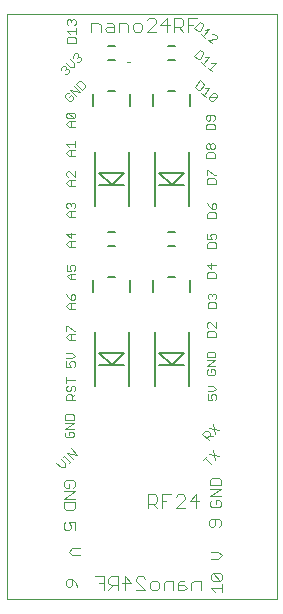
<source format=gto>
G75*
%MOIN*%
%OFA0B0*%
%FSLAX25Y25*%
%IPPOS*%
%LPD*%
%AMOC8*
5,1,8,0,0,1.08239X$1,22.5*
%
%ADD10C,0.00000*%
%ADD11C,0.00300*%
%ADD12C,0.00400*%
%ADD13R,0.01063X0.00024*%
%ADD14R,0.00969X0.00024*%
%ADD15R,0.00874X0.00024*%
%ADD16R,0.00780X0.00024*%
%ADD17R,0.00661X0.00024*%
%ADD18R,0.00543X0.00024*%
%ADD19R,0.00307X0.00024*%
%ADD20C,0.00600*%
D10*
X0001400Y0028010D02*
X0001400Y0223010D01*
X0091400Y0223010D01*
X0091400Y0028010D01*
X0001400Y0028010D01*
D11*
X0019323Y0072098D02*
X0020691Y0072098D01*
X0020691Y0073467D01*
X0019323Y0074835D01*
X0020038Y0075550D02*
X0020722Y0076234D01*
X0020380Y0075892D02*
X0022432Y0073840D01*
X0022090Y0073498D02*
X0022774Y0074182D01*
X0023479Y0074887D02*
X0021427Y0076939D01*
X0024847Y0076255D01*
X0022795Y0078307D01*
X0023166Y0081971D02*
X0023650Y0082455D01*
X0023650Y0083422D01*
X0023166Y0083906D01*
X0022199Y0083906D01*
X0022199Y0082938D01*
X0023166Y0081971D02*
X0021231Y0081971D01*
X0020748Y0082455D01*
X0020748Y0083422D01*
X0021231Y0083906D01*
X0020748Y0084917D02*
X0023650Y0086852D01*
X0020748Y0086852D01*
X0020748Y0087864D02*
X0020748Y0089315D01*
X0021231Y0089799D01*
X0023166Y0089799D01*
X0023650Y0089315D01*
X0023650Y0087864D01*
X0020748Y0087864D01*
X0020748Y0084917D02*
X0023650Y0084917D01*
X0023183Y0094371D02*
X0023183Y0095822D01*
X0022699Y0096306D01*
X0021731Y0096306D01*
X0021248Y0095822D01*
X0021248Y0094371D01*
X0024150Y0094371D01*
X0023183Y0095338D02*
X0024150Y0096306D01*
X0023666Y0097317D02*
X0024150Y0097801D01*
X0024150Y0098769D01*
X0023666Y0099252D01*
X0023183Y0099252D01*
X0022699Y0098769D01*
X0022699Y0097801D01*
X0022215Y0097317D01*
X0021731Y0097317D01*
X0021248Y0097801D01*
X0021248Y0098769D01*
X0021731Y0099252D01*
X0021248Y0100264D02*
X0021248Y0102199D01*
X0021248Y0101231D02*
X0024150Y0101231D01*
X0023666Y0105371D02*
X0024150Y0105855D01*
X0024150Y0106822D01*
X0023666Y0107306D01*
X0022699Y0107306D01*
X0022215Y0106822D01*
X0022215Y0106338D01*
X0022699Y0105371D01*
X0021248Y0105371D01*
X0021248Y0107306D01*
X0021248Y0108317D02*
X0023183Y0108317D01*
X0024150Y0109285D01*
X0023183Y0110252D01*
X0021248Y0110252D01*
X0022215Y0114371D02*
X0021248Y0115338D01*
X0022215Y0116306D01*
X0024150Y0116306D01*
X0024150Y0117317D02*
X0023666Y0117317D01*
X0021731Y0119252D01*
X0021248Y0119252D01*
X0021248Y0117317D01*
X0022215Y0114371D02*
X0024150Y0114371D01*
X0022699Y0114371D02*
X0022699Y0116306D01*
X0022699Y0124871D02*
X0022699Y0126806D01*
X0022215Y0126806D02*
X0024150Y0126806D01*
X0023666Y0127817D02*
X0022699Y0127817D01*
X0022699Y0129269D01*
X0023183Y0129752D01*
X0023666Y0129752D01*
X0024150Y0129269D01*
X0024150Y0128301D01*
X0023666Y0127817D01*
X0022699Y0127817D02*
X0021731Y0128785D01*
X0021248Y0129752D01*
X0022215Y0126806D02*
X0021248Y0125838D01*
X0022215Y0124871D01*
X0024150Y0124871D01*
X0024250Y0134671D02*
X0022315Y0134671D01*
X0021348Y0135638D01*
X0022315Y0136606D01*
X0024250Y0136606D01*
X0023766Y0137617D02*
X0024250Y0138101D01*
X0024250Y0139069D01*
X0023766Y0139552D01*
X0022799Y0139552D01*
X0022315Y0139069D01*
X0022315Y0138585D01*
X0022799Y0137617D01*
X0021348Y0137617D01*
X0021348Y0139552D01*
X0022799Y0136606D02*
X0022799Y0134671D01*
X0022699Y0145371D02*
X0022699Y0147306D01*
X0022215Y0147306D02*
X0024150Y0147306D01*
X0022699Y0148317D02*
X0022699Y0150252D01*
X0024150Y0149769D02*
X0021248Y0149769D01*
X0022699Y0148317D01*
X0022215Y0147306D02*
X0021248Y0146338D01*
X0022215Y0145371D01*
X0024150Y0145371D01*
X0024150Y0155371D02*
X0022215Y0155371D01*
X0021248Y0156338D01*
X0022215Y0157306D01*
X0024150Y0157306D01*
X0023666Y0158317D02*
X0024150Y0158801D01*
X0024150Y0159769D01*
X0023666Y0160252D01*
X0023183Y0160252D01*
X0022699Y0159769D01*
X0022699Y0159285D01*
X0022699Y0159769D02*
X0022215Y0160252D01*
X0021731Y0160252D01*
X0021248Y0159769D01*
X0021248Y0158801D01*
X0021731Y0158317D01*
X0022699Y0157306D02*
X0022699Y0155371D01*
X0022699Y0165871D02*
X0022699Y0167806D01*
X0022215Y0167806D02*
X0024150Y0167806D01*
X0024150Y0168817D02*
X0022215Y0170752D01*
X0021731Y0170752D01*
X0021248Y0170269D01*
X0021248Y0169301D01*
X0021731Y0168817D01*
X0022215Y0167806D02*
X0021248Y0166838D01*
X0022215Y0165871D01*
X0024150Y0165871D01*
X0024150Y0168817D02*
X0024150Y0170752D01*
X0024150Y0175871D02*
X0022215Y0175871D01*
X0021248Y0176838D01*
X0022215Y0177806D01*
X0024150Y0177806D01*
X0024150Y0178817D02*
X0024150Y0180752D01*
X0024150Y0179785D02*
X0021248Y0179785D01*
X0022215Y0178817D01*
X0022699Y0177806D02*
X0022699Y0175871D01*
X0022699Y0185371D02*
X0022699Y0187306D01*
X0022215Y0187306D02*
X0024150Y0187306D01*
X0023666Y0188317D02*
X0021731Y0190252D01*
X0023666Y0190252D01*
X0024150Y0189769D01*
X0024150Y0188801D01*
X0023666Y0188317D01*
X0021731Y0188317D01*
X0021248Y0188801D01*
X0021248Y0189769D01*
X0021731Y0190252D01*
X0022215Y0187306D02*
X0021248Y0186338D01*
X0022215Y0185371D01*
X0024150Y0185371D01*
X0022742Y0193975D02*
X0022058Y0193975D01*
X0020690Y0195343D01*
X0020690Y0196027D01*
X0021374Y0196712D01*
X0022058Y0196712D01*
X0022742Y0196027D02*
X0022058Y0195343D01*
X0022742Y0196027D02*
X0023426Y0195343D01*
X0023426Y0194659D01*
X0022742Y0193975D01*
X0024484Y0195716D02*
X0022431Y0197769D01*
X0025852Y0197085D01*
X0023799Y0199137D01*
X0024515Y0199852D02*
X0025541Y0200879D01*
X0026225Y0200879D01*
X0027593Y0199510D01*
X0027593Y0198826D01*
X0026567Y0197800D01*
X0024515Y0199852D01*
X0021442Y0203075D02*
X0022126Y0203759D01*
X0022126Y0204443D01*
X0021784Y0204785D01*
X0021100Y0204785D01*
X0020758Y0204443D01*
X0021100Y0204785D02*
X0021100Y0205469D01*
X0020758Y0205812D01*
X0020074Y0205812D01*
X0019390Y0205127D01*
X0019390Y0204443D01*
X0020758Y0203075D02*
X0021442Y0203075D01*
X0022499Y0205501D02*
X0021131Y0206869D01*
X0022499Y0208237D02*
X0023868Y0206869D01*
X0023868Y0205501D01*
X0022499Y0205501D01*
X0023557Y0208610D02*
X0023557Y0209294D01*
X0024241Y0209979D01*
X0024925Y0209979D01*
X0025267Y0209636D01*
X0025267Y0208952D01*
X0025951Y0208952D01*
X0026293Y0208610D01*
X0026293Y0207926D01*
X0025609Y0207242D01*
X0024925Y0207242D01*
X0024925Y0208610D02*
X0025267Y0208952D01*
X0024350Y0213571D02*
X0024350Y0215022D01*
X0023866Y0215506D01*
X0021931Y0215506D01*
X0021448Y0215022D01*
X0021448Y0213571D01*
X0024350Y0213571D01*
X0024350Y0216517D02*
X0024350Y0218452D01*
X0024350Y0217485D02*
X0021448Y0217485D01*
X0022415Y0216517D01*
X0021931Y0219464D02*
X0021448Y0219948D01*
X0021448Y0220915D01*
X0021931Y0221399D01*
X0022415Y0221399D01*
X0022899Y0220915D01*
X0023383Y0221399D01*
X0023866Y0221399D01*
X0024350Y0220915D01*
X0024350Y0219948D01*
X0023866Y0219464D01*
X0022899Y0220431D02*
X0022899Y0220915D01*
X0063883Y0218370D02*
X0064995Y0217437D01*
X0065676Y0217497D01*
X0066920Y0218979D01*
X0066860Y0219661D01*
X0065749Y0220593D01*
X0063883Y0218370D01*
X0066140Y0216476D02*
X0067622Y0215232D01*
X0066881Y0215854D02*
X0068747Y0218077D01*
X0067384Y0217958D01*
X0068397Y0214582D02*
X0071123Y0214820D01*
X0071434Y0215191D01*
X0071375Y0215873D01*
X0070633Y0216494D01*
X0069952Y0216435D01*
X0068397Y0214582D02*
X0069879Y0213338D01*
X0068747Y0208777D02*
X0067384Y0208658D01*
X0066920Y0209679D02*
X0066860Y0210361D01*
X0065749Y0211293D01*
X0063883Y0209070D01*
X0064995Y0208137D01*
X0065676Y0208197D01*
X0066920Y0209679D01*
X0068747Y0208777D02*
X0066881Y0206554D01*
X0066140Y0207176D02*
X0067622Y0205932D01*
X0068397Y0205282D02*
X0069879Y0204038D01*
X0069138Y0204660D02*
X0071004Y0206883D01*
X0069641Y0206764D01*
X0065849Y0200993D02*
X0066960Y0200061D01*
X0067020Y0199379D01*
X0065776Y0197897D01*
X0065095Y0197837D01*
X0063983Y0198770D01*
X0065849Y0200993D01*
X0067484Y0198358D02*
X0068847Y0198477D01*
X0066981Y0196254D01*
X0066240Y0196876D02*
X0067722Y0195632D01*
X0068808Y0195353D02*
X0071534Y0195591D01*
X0070290Y0194109D01*
X0069609Y0194049D01*
X0068868Y0194671D01*
X0068808Y0195353D01*
X0070052Y0196835D01*
X0070733Y0196894D01*
X0071475Y0196273D01*
X0071534Y0195591D01*
X0070266Y0189552D02*
X0068331Y0189552D01*
X0067848Y0189069D01*
X0067848Y0188101D01*
X0068331Y0187617D01*
X0068815Y0187617D01*
X0069299Y0188101D01*
X0069299Y0189552D01*
X0070266Y0189552D02*
X0070750Y0189069D01*
X0070750Y0188101D01*
X0070266Y0187617D01*
X0070266Y0186606D02*
X0068331Y0186606D01*
X0067848Y0186122D01*
X0067848Y0184671D01*
X0070750Y0184671D01*
X0070750Y0186122D01*
X0070266Y0186606D01*
X0070266Y0180052D02*
X0069783Y0180052D01*
X0069299Y0179569D01*
X0069299Y0178601D01*
X0068815Y0178117D01*
X0068331Y0178117D01*
X0067848Y0178601D01*
X0067848Y0179569D01*
X0068331Y0180052D01*
X0068815Y0180052D01*
X0069299Y0179569D01*
X0069299Y0178601D02*
X0069783Y0178117D01*
X0070266Y0178117D01*
X0070750Y0178601D01*
X0070750Y0179569D01*
X0070266Y0180052D01*
X0070266Y0177106D02*
X0068331Y0177106D01*
X0067848Y0176622D01*
X0067848Y0175171D01*
X0070750Y0175171D01*
X0070750Y0176622D01*
X0070266Y0177106D01*
X0068631Y0171252D02*
X0070566Y0169317D01*
X0071050Y0169317D01*
X0070566Y0168306D02*
X0068631Y0168306D01*
X0068148Y0167822D01*
X0068148Y0166371D01*
X0071050Y0166371D01*
X0071050Y0167822D01*
X0070566Y0168306D01*
X0068631Y0171252D02*
X0068148Y0171252D01*
X0068148Y0169317D01*
X0068248Y0160052D02*
X0068731Y0159085D01*
X0069699Y0158117D01*
X0069699Y0159569D01*
X0070183Y0160052D01*
X0070666Y0160052D01*
X0071150Y0159569D01*
X0071150Y0158601D01*
X0070666Y0158117D01*
X0069699Y0158117D01*
X0070666Y0157106D02*
X0068731Y0157106D01*
X0068248Y0156622D01*
X0068248Y0155171D01*
X0071150Y0155171D01*
X0071150Y0156622D01*
X0070666Y0157106D01*
X0070666Y0149952D02*
X0069699Y0149952D01*
X0069215Y0149469D01*
X0069215Y0148985D01*
X0069699Y0148017D01*
X0068248Y0148017D01*
X0068248Y0149952D01*
X0068731Y0147006D02*
X0068248Y0146522D01*
X0068248Y0145071D01*
X0071150Y0145071D01*
X0071150Y0146522D01*
X0070666Y0147006D01*
X0068731Y0147006D01*
X0070666Y0148017D02*
X0071150Y0148501D01*
X0071150Y0149469D01*
X0070666Y0149952D01*
X0069599Y0140052D02*
X0069599Y0138117D01*
X0068148Y0139569D01*
X0071050Y0139569D01*
X0070566Y0137106D02*
X0068631Y0137106D01*
X0068148Y0136622D01*
X0068148Y0135171D01*
X0071050Y0135171D01*
X0071050Y0136622D01*
X0070566Y0137106D01*
X0070766Y0129952D02*
X0071250Y0129469D01*
X0071250Y0128501D01*
X0070766Y0128017D01*
X0070766Y0127006D02*
X0068831Y0127006D01*
X0068348Y0126522D01*
X0068348Y0125071D01*
X0071250Y0125071D01*
X0071250Y0126522D01*
X0070766Y0127006D01*
X0069799Y0128985D02*
X0069799Y0129469D01*
X0070283Y0129952D01*
X0070766Y0129952D01*
X0069799Y0129469D02*
X0069315Y0129952D01*
X0068831Y0129952D01*
X0068348Y0129469D01*
X0068348Y0128501D01*
X0068831Y0128017D01*
X0068631Y0120352D02*
X0068148Y0119869D01*
X0068148Y0118901D01*
X0068631Y0118417D01*
X0068631Y0117406D02*
X0068148Y0116922D01*
X0068148Y0115471D01*
X0071050Y0115471D01*
X0071050Y0116922D01*
X0070566Y0117406D01*
X0068631Y0117406D01*
X0071050Y0118417D02*
X0069115Y0120352D01*
X0068631Y0120352D01*
X0071050Y0120352D02*
X0071050Y0118417D01*
X0070466Y0110599D02*
X0068531Y0110599D01*
X0068048Y0110115D01*
X0068048Y0108664D01*
X0070950Y0108664D01*
X0070950Y0110115D01*
X0070466Y0110599D01*
X0070950Y0107652D02*
X0068048Y0107652D01*
X0068048Y0105717D02*
X0070950Y0107652D01*
X0070950Y0105717D02*
X0068048Y0105717D01*
X0068531Y0104706D02*
X0068048Y0104222D01*
X0068048Y0103255D01*
X0068531Y0102771D01*
X0070466Y0102771D01*
X0070950Y0103255D01*
X0070950Y0104222D01*
X0070466Y0104706D01*
X0069499Y0104706D01*
X0069499Y0103738D01*
X0070283Y0099252D02*
X0068348Y0099252D01*
X0068348Y0097317D02*
X0070283Y0097317D01*
X0071250Y0098285D01*
X0070283Y0099252D01*
X0069799Y0096306D02*
X0070766Y0096306D01*
X0071250Y0095822D01*
X0071250Y0094855D01*
X0070766Y0094371D01*
X0069799Y0094371D02*
X0069315Y0095338D01*
X0069315Y0095822D01*
X0069799Y0096306D01*
X0068348Y0096306D02*
X0068348Y0094371D01*
X0069799Y0094371D01*
X0070062Y0086574D02*
X0070746Y0083154D01*
X0070031Y0082438D02*
X0068663Y0082438D01*
X0069005Y0082781D02*
X0067979Y0081754D01*
X0068663Y0081070D02*
X0066610Y0083123D01*
X0067637Y0084149D01*
X0068321Y0084149D01*
X0069005Y0083465D01*
X0069005Y0082781D01*
X0068694Y0085206D02*
X0072114Y0084522D01*
X0070262Y0077874D02*
X0070946Y0074454D01*
X0069547Y0073054D02*
X0067494Y0075107D01*
X0066810Y0074423D02*
X0068179Y0075791D01*
X0068894Y0076506D02*
X0072314Y0075822D01*
X0072233Y0068495D02*
X0069764Y0068495D01*
X0069147Y0067878D01*
X0069147Y0066026D01*
X0072850Y0066026D01*
X0072850Y0067878D01*
X0072233Y0068495D01*
X0072850Y0064812D02*
X0069147Y0064812D01*
X0069147Y0062343D02*
X0072850Y0064812D01*
X0072850Y0062343D02*
X0069147Y0062343D01*
X0069764Y0061129D02*
X0069147Y0060511D01*
X0069147Y0059277D01*
X0069764Y0058660D01*
X0072233Y0058660D01*
X0072850Y0059277D01*
X0072850Y0060511D01*
X0072233Y0061129D01*
X0070998Y0061129D01*
X0070998Y0059894D01*
X0070798Y0054729D02*
X0070798Y0052877D01*
X0070181Y0052260D01*
X0069564Y0052260D01*
X0068947Y0052877D01*
X0068947Y0054111D01*
X0069564Y0054729D01*
X0072033Y0054729D01*
X0072650Y0054111D01*
X0072650Y0052877D01*
X0072033Y0052260D01*
X0071816Y0043929D02*
X0069347Y0043929D01*
X0069347Y0041460D02*
X0071816Y0041460D01*
X0073050Y0042694D01*
X0071816Y0043929D01*
X0072533Y0036712D02*
X0070064Y0036712D01*
X0072533Y0034243D01*
X0073150Y0034860D01*
X0073150Y0036095D01*
X0072533Y0036712D01*
X0072533Y0034243D02*
X0070064Y0034243D01*
X0069447Y0034860D01*
X0069447Y0036095D01*
X0070064Y0036712D01*
X0069447Y0031794D02*
X0073150Y0031794D01*
X0073150Y0030560D02*
X0073150Y0033029D01*
X0070681Y0030560D02*
X0069447Y0031794D01*
X0025753Y0042691D02*
X0023284Y0042691D01*
X0022050Y0043925D01*
X0023284Y0045160D01*
X0025753Y0045160D01*
X0024053Y0051291D02*
X0024053Y0053760D01*
X0022202Y0053760D01*
X0022819Y0052525D01*
X0022819Y0051908D01*
X0022202Y0051291D01*
X0020967Y0051291D01*
X0020350Y0051908D01*
X0020350Y0053143D01*
X0020967Y0053760D01*
X0021067Y0057925D02*
X0020450Y0058542D01*
X0020450Y0060394D01*
X0024153Y0060394D01*
X0024153Y0058542D01*
X0023536Y0057925D01*
X0021067Y0057925D01*
X0020450Y0061608D02*
X0024153Y0061608D01*
X0024153Y0064077D02*
X0020450Y0061608D01*
X0020450Y0064077D02*
X0024153Y0064077D01*
X0023536Y0065291D02*
X0024153Y0065908D01*
X0024153Y0067143D01*
X0023536Y0067760D01*
X0021067Y0067760D01*
X0020450Y0067143D01*
X0020450Y0065908D01*
X0021067Y0065291D01*
X0022302Y0065291D01*
X0022302Y0066525D01*
X0019323Y0072098D02*
X0017954Y0073467D01*
X0021867Y0034760D02*
X0021250Y0034143D01*
X0021250Y0032908D01*
X0021867Y0032291D01*
X0022484Y0032291D01*
X0023102Y0032908D01*
X0023102Y0034760D01*
X0021867Y0034760D01*
X0023102Y0034760D02*
X0024336Y0033525D01*
X0024953Y0032291D01*
D12*
X0030703Y0035714D02*
X0033773Y0035714D01*
X0033773Y0031110D01*
X0035307Y0031110D02*
X0036842Y0032644D01*
X0036074Y0032644D02*
X0038376Y0032644D01*
X0038376Y0031110D02*
X0038376Y0035714D01*
X0036074Y0035714D01*
X0035307Y0034946D01*
X0035307Y0033412D01*
X0036074Y0032644D01*
X0033773Y0033412D02*
X0032238Y0033412D01*
X0039911Y0033412D02*
X0042980Y0033412D01*
X0040678Y0035714D01*
X0040678Y0031110D01*
X0044515Y0031110D02*
X0047584Y0031110D01*
X0044515Y0034179D01*
X0044515Y0034946D01*
X0045282Y0035714D01*
X0046817Y0035714D01*
X0047584Y0034946D01*
X0049119Y0033412D02*
X0049119Y0031877D01*
X0049886Y0031110D01*
X0051421Y0031110D01*
X0052188Y0031877D01*
X0052188Y0033412D01*
X0051421Y0034179D01*
X0049886Y0034179D01*
X0049119Y0033412D01*
X0053723Y0033412D02*
X0053723Y0031110D01*
X0053723Y0033412D02*
X0054490Y0034179D01*
X0056792Y0034179D01*
X0056792Y0031110D01*
X0058327Y0031110D02*
X0060629Y0031110D01*
X0061396Y0031877D01*
X0060629Y0032644D01*
X0058327Y0032644D01*
X0058327Y0033412D02*
X0058327Y0031110D01*
X0058327Y0033412D02*
X0059094Y0034179D01*
X0060629Y0034179D01*
X0062931Y0033412D02*
X0062931Y0031110D01*
X0062931Y0033412D02*
X0063698Y0034179D01*
X0066000Y0034179D01*
X0066000Y0031110D01*
X0064619Y0058379D02*
X0064619Y0062983D01*
X0062317Y0060681D01*
X0065387Y0060681D01*
X0060783Y0061448D02*
X0060783Y0062216D01*
X0060015Y0062983D01*
X0058481Y0062983D01*
X0057713Y0062216D01*
X0056179Y0062983D02*
X0053109Y0062983D01*
X0053109Y0058379D01*
X0051575Y0058379D02*
X0050040Y0059914D01*
X0050807Y0059914D02*
X0048506Y0059914D01*
X0048506Y0058379D02*
X0048506Y0062983D01*
X0050807Y0062983D01*
X0051575Y0062216D01*
X0051575Y0060681D01*
X0050807Y0059914D01*
X0053109Y0060681D02*
X0054644Y0060681D01*
X0057713Y0058379D02*
X0060783Y0061448D01*
X0060783Y0058379D02*
X0057713Y0058379D01*
X0057224Y0217210D02*
X0057224Y0221814D01*
X0059526Y0221814D01*
X0060293Y0221046D01*
X0060293Y0219512D01*
X0059526Y0218744D01*
X0057224Y0218744D01*
X0058758Y0218744D02*
X0060293Y0217210D01*
X0061827Y0217210D02*
X0061827Y0221814D01*
X0064897Y0221814D01*
X0063362Y0219512D02*
X0061827Y0219512D01*
X0055689Y0219512D02*
X0052620Y0219512D01*
X0054922Y0221814D01*
X0054922Y0217210D01*
X0051085Y0217210D02*
X0048016Y0217210D01*
X0051085Y0220279D01*
X0051085Y0221046D01*
X0050318Y0221814D01*
X0048783Y0221814D01*
X0048016Y0221046D01*
X0046481Y0219512D02*
X0046481Y0217977D01*
X0045714Y0217210D01*
X0044179Y0217210D01*
X0043412Y0217977D01*
X0043412Y0219512D01*
X0044179Y0220279D01*
X0045714Y0220279D01*
X0046481Y0219512D01*
X0041877Y0219512D02*
X0041877Y0217210D01*
X0041877Y0219512D02*
X0041110Y0220279D01*
X0038808Y0220279D01*
X0038808Y0217210D01*
X0037273Y0217210D02*
X0034971Y0217210D01*
X0034204Y0217977D01*
X0034971Y0218744D01*
X0037273Y0218744D01*
X0037273Y0219512D02*
X0037273Y0217210D01*
X0037273Y0219512D02*
X0036506Y0220279D01*
X0034971Y0220279D01*
X0032669Y0219512D02*
X0032669Y0217210D01*
X0032669Y0219512D02*
X0031902Y0220279D01*
X0029600Y0220279D01*
X0029600Y0217210D01*
D13*
X0042001Y0206791D03*
D14*
X0042024Y0206815D03*
D15*
X0042024Y0206838D03*
D16*
X0042024Y0206862D03*
D17*
X0042013Y0206885D03*
D18*
X0042001Y0206909D03*
D19*
X0041977Y0206933D03*
D20*
X0037581Y0207648D02*
X0035219Y0207648D01*
X0035219Y0212372D02*
X0037581Y0212372D01*
X0037618Y0197610D02*
X0035237Y0197610D01*
X0030209Y0196578D02*
X0030209Y0192410D01*
X0030652Y0177006D02*
X0030652Y0159014D01*
X0032224Y0166041D02*
X0036400Y0166041D01*
X0032224Y0170217D01*
X0040576Y0170217D01*
X0036400Y0166041D01*
X0040576Y0166041D01*
X0042148Y0159014D02*
X0042148Y0177006D01*
X0042591Y0192410D02*
X0042591Y0196578D01*
X0050209Y0196578D02*
X0050209Y0192410D01*
X0055237Y0197610D02*
X0057618Y0197610D01*
X0062591Y0196578D02*
X0062591Y0192410D01*
X0062148Y0177006D02*
X0062148Y0159014D01*
X0060576Y0166041D02*
X0056400Y0166041D01*
X0052224Y0170217D01*
X0060576Y0170217D01*
X0056400Y0166041D01*
X0052224Y0166041D01*
X0050652Y0159014D02*
X0050652Y0177006D01*
X0055219Y0150372D02*
X0057581Y0150372D01*
X0057581Y0145648D02*
X0055219Y0145648D01*
X0055237Y0135610D02*
X0057618Y0135610D01*
X0062591Y0134578D02*
X0062591Y0130410D01*
X0062148Y0117006D02*
X0062148Y0099014D01*
X0060576Y0106041D02*
X0056400Y0106041D01*
X0052224Y0110217D01*
X0060576Y0110217D01*
X0056400Y0106041D01*
X0052224Y0106041D01*
X0050652Y0099014D02*
X0050652Y0117006D01*
X0050209Y0130410D02*
X0050209Y0134578D01*
X0042591Y0134578D02*
X0042591Y0130410D01*
X0037618Y0135610D02*
X0035237Y0135610D01*
X0035219Y0145648D02*
X0037581Y0145648D01*
X0037581Y0150372D02*
X0035219Y0150372D01*
X0030209Y0134578D02*
X0030209Y0130410D01*
X0030652Y0117006D02*
X0030652Y0099014D01*
X0032224Y0106041D02*
X0036400Y0106041D01*
X0032224Y0110217D01*
X0040576Y0110217D01*
X0036400Y0106041D01*
X0040576Y0106041D01*
X0042148Y0099014D02*
X0042148Y0117006D01*
X0055219Y0207648D02*
X0057581Y0207648D01*
X0057581Y0212372D02*
X0055219Y0212372D01*
M02*

</source>
